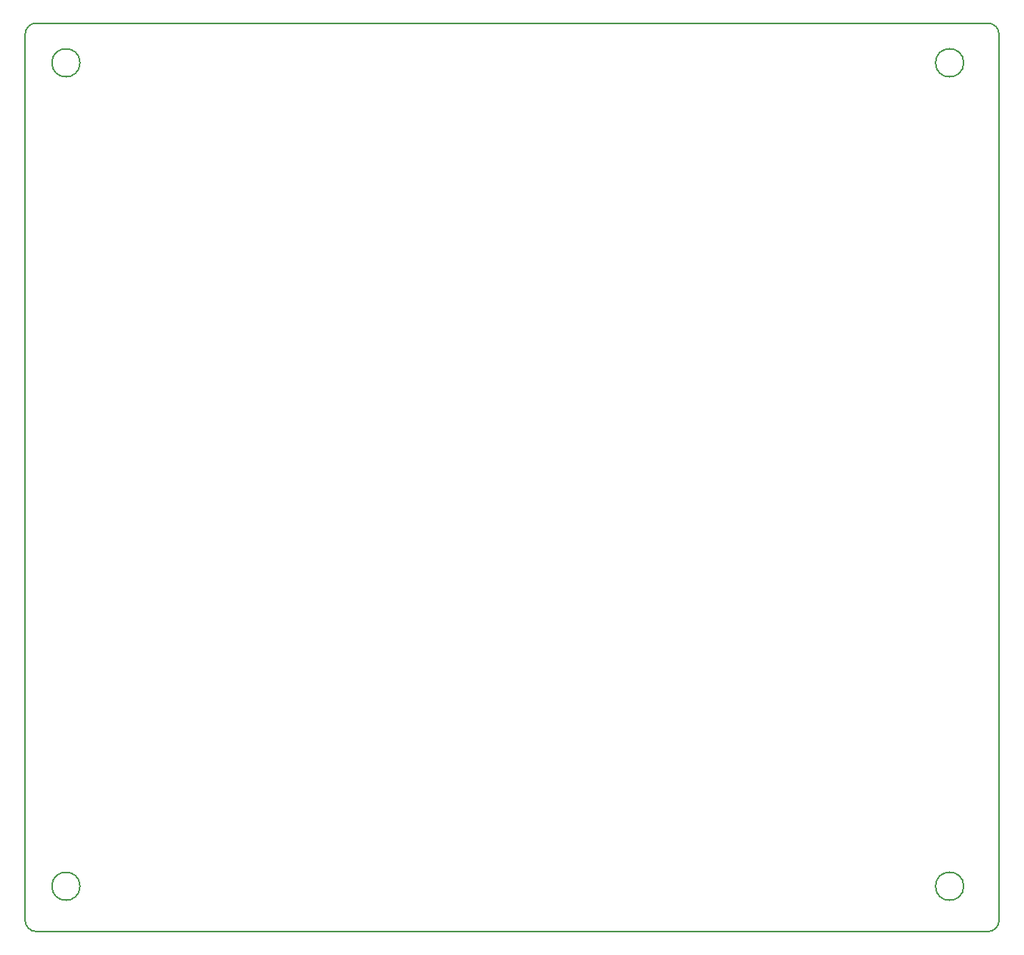
<source format=gbr>
G04 #@! TF.GenerationSoftware,KiCad,Pcbnew,(5.1.5)-2*
G04 #@! TF.CreationDate,2020-03-06T14:17:15-06:00*
G04 #@! TF.ProjectId,PatchPanel,50617463-6850-4616-9e65-6c2e6b696361,rev?*
G04 #@! TF.SameCoordinates,Original*
G04 #@! TF.FileFunction,Profile,NP*
%FSLAX46Y46*%
G04 Gerber Fmt 4.6, Leading zero omitted, Abs format (unit mm)*
G04 Created by KiCad (PCBNEW (5.1.5)-2) date 2020-03-06 14:17:15*
%MOMM*%
%LPD*%
G04 APERTURE LIST*
%ADD10C,0.150000*%
G04 APERTURE END LIST*
D10*
X48054260Y-50038000D02*
G75*
G03X48054260Y-50038000I-1572260J0D01*
G01*
X48054260Y-142240000D02*
G75*
G03X48054260Y-142240000I-1572260J0D01*
G01*
X146908520Y-142240000D02*
G75*
G03X146908520Y-142240000I-1572260J0D01*
G01*
X146908520Y-50038000D02*
G75*
G03X146908520Y-50038000I-1572260J0D01*
G01*
X41910000Y-46863000D02*
G75*
G02X43180000Y-45593000I1270000J0D01*
G01*
X43180000Y-147320000D02*
G75*
G02X41910000Y-146050000I0J1270000D01*
G01*
X150876000Y-146050000D02*
G75*
G02X149606000Y-147320000I-1270000J0D01*
G01*
X149606000Y-45593000D02*
G75*
G02X150876000Y-46863000I0J-1270000D01*
G01*
X41910000Y-146050000D02*
X41910000Y-46863000D01*
X149606000Y-147320000D02*
X43180000Y-147320000D01*
X150876000Y-46863000D02*
X150876000Y-146050000D01*
X43180000Y-45593000D02*
X149606000Y-45593000D01*
M02*

</source>
